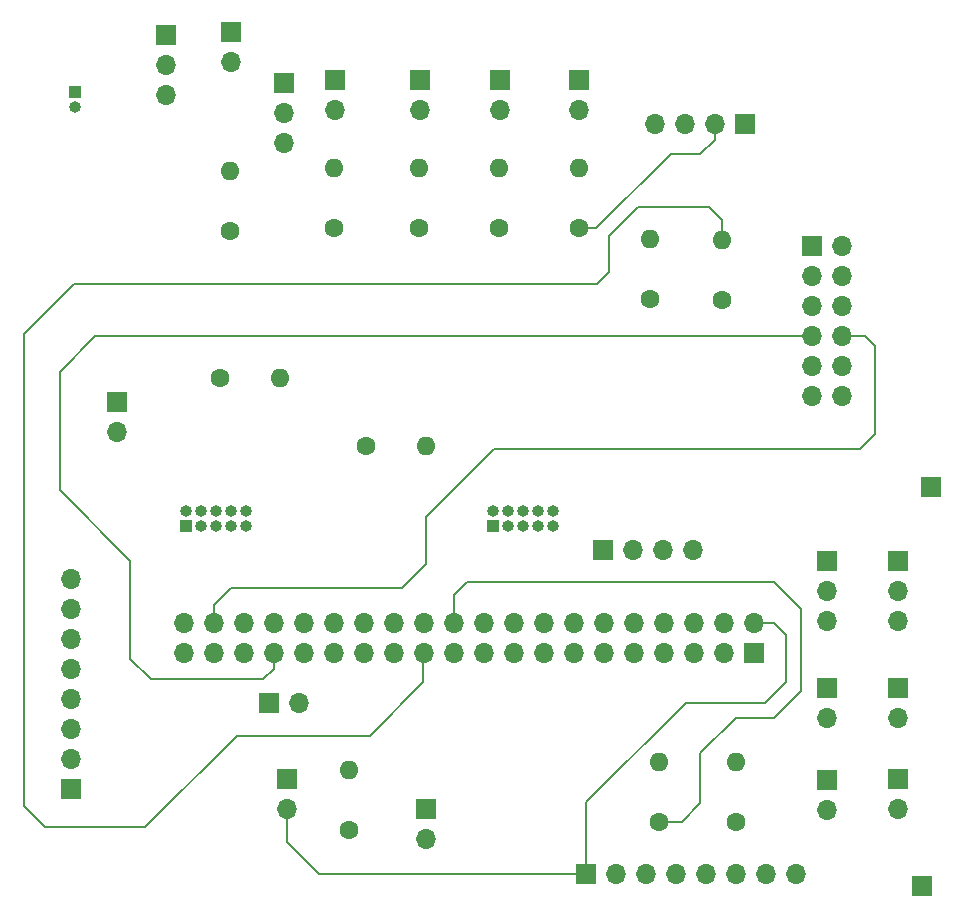
<source format=gbr>
%TF.GenerationSoftware,KiCad,Pcbnew,8.0.8*%
%TF.CreationDate,2025-03-27T16:07:45-04:00*%
%TF.ProjectId,GRIT_main_pcb,47524954-5f6d-4616-996e-5f7063622e6b,rev?*%
%TF.SameCoordinates,Original*%
%TF.FileFunction,Copper,L4,Bot*%
%TF.FilePolarity,Positive*%
%FSLAX46Y46*%
G04 Gerber Fmt 4.6, Leading zero omitted, Abs format (unit mm)*
G04 Created by KiCad (PCBNEW 8.0.8) date 2025-03-27 16:07:45*
%MOMM*%
%LPD*%
G01*
G04 APERTURE LIST*
%TA.AperFunction,ComponentPad*%
%ADD10R,1.700000X1.700000*%
%TD*%
%TA.AperFunction,ComponentPad*%
%ADD11O,1.700000X1.700000*%
%TD*%
%TA.AperFunction,ComponentPad*%
%ADD12C,1.600000*%
%TD*%
%TA.AperFunction,ComponentPad*%
%ADD13O,1.600000X1.600000*%
%TD*%
%TA.AperFunction,ComponentPad*%
%ADD14R,1.000000X1.000000*%
%TD*%
%TA.AperFunction,ComponentPad*%
%ADD15O,1.000000X1.000000*%
%TD*%
%TA.AperFunction,Conductor*%
%ADD16C,0.200000*%
%TD*%
G04 APERTURE END LIST*
D10*
%TO.P,Rel2,1*%
%TO.N,GND*%
X35000000Y-20975000D03*
D11*
%TO.P,Rel2,2*%
%TO.N,On*%
X35000000Y-23515000D03*
%TO.P,Rel2,3*%
%TO.N,5V*%
X35000000Y-26055000D03*
%TD*%
D10*
%TO.P,Rel1,1*%
%TO.N,GND*%
X25000000Y-16960000D03*
D11*
%TO.P,Rel1,2*%
%TO.N,EStop*%
X25000000Y-19500000D03*
%TO.P,Rel1,3*%
%TO.N,5V*%
X25000000Y-22040000D03*
%TD*%
D12*
%TO.P,10k,1*%
%TO.N,5V*%
X53200000Y-33250000D03*
D13*
%TO.P,10k,2*%
%TO.N,PI26*%
X53200000Y-28170000D03*
%TD*%
D10*
%TO.P,On,1*%
%TO.N,GND*%
X39300000Y-20765000D03*
D11*
%TO.P,On,2*%
%TO.N,On*%
X39300000Y-23305000D03*
%TD*%
D12*
%TO.P,10k,1*%
%TO.N,GND*%
X40500000Y-84250000D03*
D13*
%TO.P,10k,2*%
%TO.N,PI13*%
X40500000Y-79170000D03*
%TD*%
D12*
%TO.P,10k,1*%
%TO.N,5V*%
X39250000Y-33305000D03*
D13*
%TO.P,10k,2*%
%TO.N,On*%
X39250000Y-28225000D03*
%TD*%
D12*
%TO.P,10k,1*%
%TO.N,5V*%
X59950000Y-33290000D03*
D13*
%TO.P,10k,2*%
%TO.N,PI29*%
X59950000Y-28210000D03*
%TD*%
D12*
%TO.P,4.7k,1*%
%TO.N,PI22*%
X66750000Y-83580000D03*
D13*
%TO.P,4.7k,2*%
%TO.N,3V3*%
X66750000Y-78500000D03*
%TD*%
D10*
%TO.P,LED3,1*%
%TO.N,LED3*%
X81000000Y-72250000D03*
D11*
%TO.P,LED3,2*%
%TO.N,LED4*%
X81000000Y-74790000D03*
%TD*%
D14*
%TO.P,EncL,1*%
%TO.N,3V3*%
X26670000Y-58500000D03*
D15*
%TO.P,EncL,2*%
%TO.N,5V*%
X26670000Y-57230000D03*
%TO.P,EncL,3*%
%TO.N,N/C*%
X27940000Y-58500000D03*
%TO.P,EncL,4*%
X27940000Y-57230000D03*
%TO.P,EncL,5*%
%TO.N,PI15*%
X29210000Y-58500000D03*
%TO.P,EncL,6*%
%TO.N,N/C*%
X29210000Y-57230000D03*
%TO.P,EncL,7*%
%TO.N,PI40*%
X30480000Y-58500000D03*
%TO.P,EncL,8*%
%TO.N,N/C*%
X30480000Y-57230000D03*
%TO.P,EncL,9*%
X31750000Y-58500000D03*
%TO.P,EncL,10*%
%TO.N,GND*%
X31750000Y-57230000D03*
%TD*%
D10*
%TO.P,LED4,1*%
%TO.N,LED4*%
X81000000Y-80025000D03*
D11*
%TO.P,LED4,2*%
%TO.N,LED-*%
X81000000Y-82565000D03*
%TD*%
D12*
%TO.P,4.7k,1*%
%TO.N,PI24*%
X41920000Y-51750000D03*
D13*
%TO.P,4.7k,2*%
%TO.N,3V3*%
X47000000Y-51750000D03*
%TD*%
D12*
%TO.P,10k,1*%
%TO.N,5V*%
X46450000Y-33290000D03*
D13*
%TO.P,10k,2*%
%TO.N,PI28*%
X46450000Y-28210000D03*
%TD*%
D10*
%TO.P,PowMOS2,1*%
%TO.N,PI11*%
X47000000Y-82500000D03*
D11*
%TO.P,PowMOS2,2*%
%TO.N,GND*%
X47000000Y-85040000D03*
%TD*%
D10*
%TO.P,Dual Motor Driver,1*%
%TO.N,5V*%
X79710000Y-34840000D03*
D11*
%TO.P,Dual Motor Driver,2*%
X82250000Y-34840000D03*
%TO.P,Dual Motor Driver,3*%
%TO.N,GND*%
X79710000Y-37380000D03*
%TO.P,Dual Motor Driver,4*%
X82250000Y-37380000D03*
%TO.P,Dual Motor Driver,5*%
%TO.N,PI32*%
X79710000Y-39920000D03*
%TO.P,Dual Motor Driver,6*%
%TO.N,PI12*%
X82250000Y-39920000D03*
%TO.P,Dual Motor Driver,7*%
%TO.N,PI33*%
X79710000Y-42460000D03*
%TO.P,Dual Motor Driver,8*%
%TO.N,PI38*%
X82250000Y-42460000D03*
%TO.P,Dual Motor Driver,9*%
%TO.N,5V*%
X79710000Y-45000000D03*
%TO.P,Dual Motor Driver,10*%
X82250000Y-45000000D03*
%TO.P,Dual Motor Driver,11*%
%TO.N,N/C*%
X79710000Y-47540000D03*
%TO.P,Dual Motor Driver,12*%
X82250000Y-47540000D03*
%TD*%
D10*
%TO.P,PB 1,1*%
%TO.N,GND*%
X46500000Y-20750000D03*
D11*
%TO.P,PB 1,2*%
%TO.N,PI28*%
X46500000Y-23290000D03*
%TD*%
D10*
%TO.P,IMU,1*%
%TO.N,3V3*%
X17000000Y-80750000D03*
D11*
%TO.P,IMU,2*%
%TO.N,GND*%
X17000000Y-78210000D03*
%TO.P,IMU,3*%
%TO.N,PI3*%
X17000000Y-75670000D03*
%TO.P,IMU,4*%
%TO.N,PI5*%
X17000000Y-73130000D03*
%TO.P,IMU,5*%
%TO.N,N/C*%
X17000000Y-70590000D03*
%TO.P,IMU,6*%
X17000000Y-68050000D03*
%TO.P,IMU,7*%
X17000000Y-65510000D03*
%TO.P,IMU,8*%
%TO.N,PI7*%
X17000000Y-62970000D03*
%TD*%
D10*
%TO.P,LED1,1*%
%TO.N,LED1*%
X87000000Y-72225000D03*
D11*
%TO.P,LED1,2*%
%TO.N,LED2*%
X87000000Y-74765000D03*
%TD*%
D12*
%TO.P,4.7k,1*%
%TO.N,PI37*%
X73250000Y-83580000D03*
D13*
%TO.P,4.7k,2*%
%TO.N,3V3*%
X73250000Y-78500000D03*
%TD*%
D14*
%TO.P,Cooling Fan,1*%
%TO.N,GND*%
X17300000Y-21730000D03*
D15*
%TO.P,Cooling Fan,2*%
%TO.N,5V*%
X17300000Y-23000000D03*
%TD*%
D12*
%TO.P,4.7k,1*%
%TO.N,3V3*%
X72075000Y-39395000D03*
D13*
%TO.P,4.7k,2*%
%TO.N,PI23*%
X72075000Y-34315000D03*
%TD*%
D12*
%TO.P,4.7k,1*%
%TO.N,PI21*%
X29595000Y-46000000D03*
D13*
%TO.P,4.7k,2*%
%TO.N,3V3*%
X34675000Y-46000000D03*
%TD*%
D10*
%TO.P,LED1,1*%
%TO.N,LED2*%
X87000000Y-79950000D03*
D11*
%TO.P,LED1,2*%
%TO.N,LED-*%
X87000000Y-82490000D03*
%TD*%
D10*
%TO.P,BMS,1*%
%TO.N,5V*%
X60590000Y-87935000D03*
D11*
%TO.P,BMS,2*%
%TO.N,GND*%
X63130000Y-87935000D03*
%TO.P,BMS,3*%
%TO.N,PI22*%
X65670000Y-87935000D03*
%TO.P,BMS,4*%
%TO.N,PI37*%
X68210000Y-87935000D03*
%TO.P,BMS,5*%
%TO.N,N/C*%
X70750000Y-87935000D03*
%TO.P,BMS,6*%
X73290000Y-87935000D03*
%TO.P,BMS,7*%
X75830000Y-87935000D03*
%TO.P,BMS,8*%
X78370000Y-87935000D03*
%TD*%
D10*
%TO.P,PB 3,1*%
%TO.N,GND*%
X60000000Y-20750000D03*
D11*
%TO.P,PB 3,2*%
%TO.N,PI29*%
X60000000Y-23290000D03*
%TD*%
D12*
%TO.P,4.7k,1*%
%TO.N,3V3*%
X66000000Y-39315000D03*
D13*
%TO.P,4.7k,2*%
%TO.N,PI19*%
X66000000Y-34235000D03*
%TD*%
D10*
%TO.P,LCD,1*%
%TO.N,GND*%
X74000000Y-24500000D03*
D11*
%TO.P,LCD,2*%
%TO.N,5V*%
X71460000Y-24500000D03*
%TO.P,LCD,3*%
%TO.N,PI23*%
X68920000Y-24500000D03*
%TO.P,LCD,4*%
%TO.N,PI19*%
X66380000Y-24500000D03*
%TD*%
D10*
%TO.P,MOS1,1*%
%TO.N,PI36*%
X81000000Y-61500000D03*
D11*
%TO.P,MOS1,2*%
%TO.N,LED+*%
X81000000Y-64040000D03*
%TO.P,MOS1,3*%
%TO.N,LED3*%
X81000000Y-66580000D03*
%TD*%
D10*
%TO.P,LED+,1*%
%TO.N,LED+*%
X89750000Y-55250000D03*
%TD*%
%TO.P,Limit Switch,1*%
%TO.N,PI13*%
X35250000Y-79895000D03*
D11*
%TO.P,Limit Switch,2*%
%TO.N,5V*%
X35250000Y-82435000D03*
%TD*%
D10*
%TO.P,Pico,1*%
%TO.N,PI21*%
X20895000Y-48000000D03*
D11*
%TO.P,Pico,2*%
%TO.N,PI24*%
X20895000Y-50540000D03*
%TD*%
D10*
%TO.P,PB 2,1*%
%TO.N,GND*%
X53250000Y-20710000D03*
D11*
%TO.P,PB 2,2*%
%TO.N,PI26*%
X53250000Y-23250000D03*
%TD*%
D10*
%TO.P,PowMOS1,1*%
%TO.N,PI35*%
X33750000Y-73500000D03*
D11*
%TO.P,PowMOS1,2*%
%TO.N,GND*%
X36290000Y-73500000D03*
%TD*%
D12*
%TO.P,10k,1*%
%TO.N,5V*%
X30450000Y-33515000D03*
D13*
%TO.P,10k,2*%
%TO.N,EStop*%
X30450000Y-28435000D03*
%TD*%
D10*
%TO.P,MOS2,1*%
%TO.N,PI31*%
X87000000Y-61500000D03*
D11*
%TO.P,MOS2,2*%
%TO.N,LED+*%
X87000000Y-64040000D03*
%TO.P,MOS2,3*%
%TO.N,LED1*%
X87000000Y-66580000D03*
%TD*%
D10*
%TO.P,LED-,1*%
%TO.N,LED-*%
X89000000Y-89000000D03*
%TD*%
D14*
%TO.P,EncR,1*%
%TO.N,3V3*%
X52710000Y-58500000D03*
D15*
%TO.P,EncR,2*%
%TO.N,5V*%
X52710000Y-57230000D03*
%TO.P,EncR,3*%
%TO.N,N/C*%
X53980000Y-58500000D03*
%TO.P,EncR,4*%
X53980000Y-57230000D03*
%TO.P,EncR,5*%
%TO.N,PI18*%
X55250000Y-58500000D03*
%TO.P,EncR,6*%
%TO.N,N/C*%
X55250000Y-57230000D03*
%TO.P,EncR,7*%
%TO.N,PI16*%
X56520000Y-58500000D03*
%TO.P,EncR,8*%
%TO.N,N/C*%
X56520000Y-57230000D03*
%TO.P,EncR,9*%
X57790000Y-58500000D03*
%TO.P,EncR,10*%
%TO.N,GND*%
X57790000Y-57230000D03*
%TD*%
D10*
%TO.P,EStop,1*%
%TO.N,GND*%
X30500000Y-16700000D03*
D11*
%TO.P,EStop,2*%
%TO.N,EStop*%
X30500000Y-19240000D03*
%TD*%
D10*
%TO.P,Raspberry Pi,1*%
%TO.N,3V3*%
X74780000Y-69290000D03*
D11*
%TO.P,Raspberry Pi,2*%
%TO.N,5V*%
X74780000Y-66750000D03*
%TO.P,Raspberry Pi,3*%
%TO.N,PI3*%
X72240000Y-69290000D03*
%TO.P,Raspberry Pi,4*%
%TO.N,N/C*%
X72240000Y-66750000D03*
%TO.P,Raspberry Pi,5*%
%TO.N,PI5*%
X69700000Y-69290000D03*
%TO.P,Raspberry Pi,6*%
%TO.N,N/C*%
X69700000Y-66750000D03*
%TO.P,Raspberry Pi,7*%
%TO.N,PI7*%
X67160000Y-69290000D03*
%TO.P,Raspberry Pi,8*%
%TO.N,PI8*%
X67160000Y-66750000D03*
%TO.P,Raspberry Pi,9*%
%TO.N,N/C*%
X64620000Y-69290000D03*
%TO.P,Raspberry Pi,10*%
%TO.N,PI10*%
X64620000Y-66750000D03*
%TO.P,Raspberry Pi,11*%
%TO.N,PI11*%
X62080000Y-69290000D03*
%TO.P,Raspberry Pi,12*%
%TO.N,PI12*%
X62080000Y-66750000D03*
%TO.P,Raspberry Pi,13*%
%TO.N,PI13*%
X59540000Y-69290000D03*
%TO.P,Raspberry Pi,14*%
%TO.N,N/C*%
X59540000Y-66750000D03*
%TO.P,Raspberry Pi,15*%
%TO.N,PI15*%
X57000000Y-69290000D03*
%TO.P,Raspberry Pi,16*%
%TO.N,PI16*%
X57000000Y-66750000D03*
%TO.P,Raspberry Pi,17*%
%TO.N,N/C*%
X54460000Y-69290000D03*
%TO.P,Raspberry Pi,18*%
%TO.N,PI18*%
X54460000Y-66750000D03*
%TO.P,Raspberry Pi,19*%
%TO.N,PI19*%
X51920000Y-69290000D03*
%TO.P,Raspberry Pi,20*%
%TO.N,N/C*%
X51920000Y-66750000D03*
%TO.P,Raspberry Pi,21*%
%TO.N,PI21*%
X49380000Y-69290000D03*
%TO.P,Raspberry Pi,22*%
%TO.N,PI22*%
X49380000Y-66750000D03*
%TO.P,Raspberry Pi,23*%
%TO.N,PI23*%
X46840000Y-69290000D03*
%TO.P,Raspberry Pi,24*%
%TO.N,PI24*%
X46840000Y-66750000D03*
%TO.P,Raspberry Pi,25*%
%TO.N,N/C*%
X44300000Y-69290000D03*
%TO.P,Raspberry Pi,26*%
%TO.N,PI26*%
X44300000Y-66750000D03*
%TO.P,Raspberry Pi,27*%
%TO.N,PI27*%
X41760000Y-69290000D03*
%TO.P,Raspberry Pi,28*%
%TO.N,PI28*%
X41760000Y-66750000D03*
%TO.P,Raspberry Pi,29*%
%TO.N,PI29*%
X39220000Y-69290000D03*
%TO.P,Raspberry Pi,30*%
%TO.N,N/C*%
X39220000Y-66750000D03*
%TO.P,Raspberry Pi,31*%
%TO.N,PI31*%
X36680000Y-69290000D03*
%TO.P,Raspberry Pi,32*%
%TO.N,PI32*%
X36680000Y-66750000D03*
%TO.P,Raspberry Pi,33*%
%TO.N,PI33*%
X34140000Y-69290000D03*
%TO.P,Raspberry Pi,34*%
%TO.N,N/C*%
X34140000Y-66750000D03*
%TO.P,Raspberry Pi,35*%
%TO.N,PI35*%
X31600000Y-69290000D03*
%TO.P,Raspberry Pi,36*%
%TO.N,PI36*%
X31600000Y-66750000D03*
%TO.P,Raspberry Pi,37*%
%TO.N,PI37*%
X29060000Y-69290000D03*
%TO.P,Raspberry Pi,38*%
%TO.N,PI38*%
X29060000Y-66750000D03*
%TO.P,Raspberry Pi,39*%
%TO.N,GND*%
X26520000Y-69290000D03*
%TO.P,Raspberry Pi,40*%
%TO.N,PI40*%
X26520000Y-66750000D03*
%TD*%
D10*
%TO.P,GPS,1*%
%TO.N,5V*%
X62010000Y-60540000D03*
D11*
%TO.P,GPS,2*%
%TO.N,PI10*%
X64550000Y-60540000D03*
%TO.P,GPS,3*%
%TO.N,PI8*%
X67090000Y-60540000D03*
%TO.P,GPS,4*%
%TO.N,GND*%
X69630000Y-60540000D03*
%TD*%
D16*
%TO.N,5V*%
X60590000Y-87935000D02*
X60590000Y-81910000D01*
X70250000Y-27000000D02*
X71460000Y-25790000D01*
X35250000Y-82435000D02*
X35250000Y-85250000D01*
X77500000Y-67750000D02*
X76500000Y-66750000D01*
X35250000Y-85250000D02*
X37935000Y-87935000D01*
X59950000Y-33290000D02*
X61460000Y-33290000D01*
X75750000Y-73500000D02*
X77500000Y-71750000D01*
X69000000Y-73500000D02*
X75750000Y-73500000D01*
X71460000Y-25790000D02*
X71460000Y-24500000D01*
X61460000Y-33290000D02*
X67750000Y-27000000D01*
X60590000Y-81910000D02*
X69000000Y-73500000D01*
X37935000Y-87935000D02*
X60590000Y-87935000D01*
X76500000Y-66750000D02*
X74780000Y-66750000D01*
X77500000Y-71750000D02*
X77500000Y-67750000D01*
X67750000Y-27000000D02*
X70250000Y-27000000D01*
%TO.N,PI10*%
X64620000Y-60610000D02*
X64550000Y-60540000D01*
%TO.N,PI8*%
X67160000Y-60610000D02*
X67090000Y-60540000D01*
%TO.N,PI22*%
X76500000Y-63250000D02*
X50500000Y-63250000D01*
X78750000Y-65500000D02*
X76500000Y-63250000D01*
X66750000Y-83580000D02*
X68670000Y-83580000D01*
X70250000Y-77750000D02*
X73250000Y-74750000D01*
X78750000Y-72500000D02*
X78750000Y-65500000D01*
X70250000Y-82000000D02*
X70250000Y-77750000D01*
X76500000Y-74750000D02*
X78750000Y-72500000D01*
X68670000Y-83580000D02*
X70250000Y-82000000D01*
X50500000Y-63250000D02*
X49380000Y-64370000D01*
X73250000Y-74750000D02*
X76500000Y-74750000D01*
X49380000Y-64370000D02*
X49380000Y-66750000D01*
%TO.N,PI38*%
X84210000Y-42460000D02*
X85000000Y-43250000D01*
X52750000Y-52000000D02*
X47000000Y-57750000D01*
X30500000Y-63750000D02*
X29060000Y-65190000D01*
X47000000Y-57750000D02*
X47000000Y-61750000D01*
X47000000Y-61750000D02*
X45000000Y-63750000D01*
X45000000Y-63750000D02*
X30500000Y-63750000D01*
X85000000Y-50750000D02*
X83750000Y-52000000D01*
X29060000Y-65190000D02*
X29060000Y-66750000D01*
X85000000Y-43250000D02*
X85000000Y-50750000D01*
X83750000Y-52000000D02*
X52750000Y-52000000D01*
X82250000Y-42460000D02*
X84210000Y-42460000D01*
%TO.N,PI23*%
X13000000Y-42250000D02*
X13000000Y-82250000D01*
X62500000Y-37000000D02*
X61500000Y-38000000D01*
X46750000Y-71750000D02*
X46750000Y-69380000D01*
X65000000Y-31500000D02*
X62500000Y-34000000D01*
X72075000Y-32575000D02*
X71000000Y-31500000D01*
X14750000Y-84000000D02*
X23250000Y-84000000D01*
X17250000Y-38000000D02*
X13000000Y-42250000D01*
X13000000Y-82250000D02*
X14750000Y-84000000D01*
X61500000Y-38000000D02*
X17250000Y-38000000D01*
X31000000Y-76250000D02*
X42250000Y-76250000D01*
X46750000Y-69380000D02*
X46840000Y-69290000D01*
X71000000Y-31500000D02*
X65000000Y-31500000D01*
X42250000Y-76250000D02*
X46750000Y-71750000D01*
X72075000Y-34315000D02*
X72075000Y-32575000D01*
X23250000Y-84000000D02*
X31000000Y-76250000D01*
X62500000Y-34000000D02*
X62500000Y-37000000D01*
%TO.N,PI33*%
X19040000Y-42460000D02*
X16000000Y-45500000D01*
X16000000Y-45500000D02*
X16000000Y-55500000D01*
X34140000Y-70610000D02*
X34140000Y-69290000D01*
X16000000Y-55500000D02*
X22000000Y-61500000D01*
X22000000Y-69750000D02*
X23750000Y-71500000D01*
X79710000Y-42460000D02*
X19040000Y-42460000D01*
X33250000Y-71500000D02*
X34140000Y-70610000D01*
X23750000Y-71500000D02*
X33250000Y-71500000D01*
X22000000Y-61500000D02*
X22000000Y-69750000D01*
%TD*%
M02*

</source>
